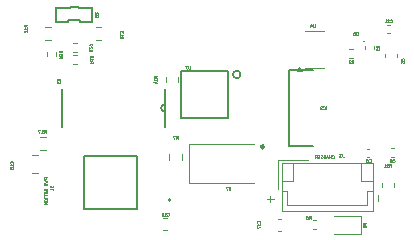
<source format=gbr>
%TF.GenerationSoftware,KiCad,Pcbnew,8.0.5*%
%TF.CreationDate,2025-02-24T18:35:13+02:00*%
%TF.ProjectId,UVCleanPCB,5556436c-6561-46e5-9043-422e6b696361,rev?*%
%TF.SameCoordinates,Original*%
%TF.FileFunction,Legend,Bot*%
%TF.FilePolarity,Positive*%
%FSLAX46Y46*%
G04 Gerber Fmt 4.6, Leading zero omitted, Abs format (unit mm)*
G04 Created by KiCad (PCBNEW 8.0.5) date 2025-02-24 18:35:13*
%MOMM*%
%LPD*%
G01*
G04 APERTURE LIST*
%ADD10C,0.050000*%
%ADD11C,0.120000*%
%ADD12C,0.152400*%
%ADD13C,0.200000*%
%ADD14C,0.254000*%
%ADD15C,0.127000*%
%ADD16C,0.100000*%
%ADD17C,0.203200*%
G04 APERTURE END LIST*
D10*
X197545433Y-78756666D02*
X197545433Y-78223333D01*
X197278766Y-78489999D02*
X197812100Y-78489999D01*
X206684566Y-78173333D02*
X206684566Y-78706667D01*
X202778809Y-75039245D02*
X202790713Y-75051150D01*
X202790713Y-75051150D02*
X202826428Y-75063054D01*
X202826428Y-75063054D02*
X202850237Y-75063054D01*
X202850237Y-75063054D02*
X202885951Y-75051150D01*
X202885951Y-75051150D02*
X202909761Y-75027340D01*
X202909761Y-75027340D02*
X202921666Y-75003530D01*
X202921666Y-75003530D02*
X202933570Y-74955911D01*
X202933570Y-74955911D02*
X202933570Y-74920197D01*
X202933570Y-74920197D02*
X202921666Y-74872578D01*
X202921666Y-74872578D02*
X202909761Y-74848769D01*
X202909761Y-74848769D02*
X202885951Y-74824959D01*
X202885951Y-74824959D02*
X202850237Y-74813054D01*
X202850237Y-74813054D02*
X202826428Y-74813054D01*
X202826428Y-74813054D02*
X202790713Y-74824959D01*
X202790713Y-74824959D02*
X202778809Y-74836864D01*
X202671666Y-75063054D02*
X202671666Y-74813054D01*
X202671666Y-74932102D02*
X202528809Y-74932102D01*
X202528809Y-75063054D02*
X202528809Y-74813054D01*
X202421665Y-74991626D02*
X202302618Y-74991626D01*
X202445475Y-75063054D02*
X202362142Y-74813054D01*
X202362142Y-74813054D02*
X202278808Y-75063054D01*
X202052618Y-75063054D02*
X202135951Y-74944007D01*
X202195475Y-75063054D02*
X202195475Y-74813054D01*
X202195475Y-74813054D02*
X202100237Y-74813054D01*
X202100237Y-74813054D02*
X202076427Y-74824959D01*
X202076427Y-74824959D02*
X202064522Y-74836864D01*
X202064522Y-74836864D02*
X202052618Y-74860673D01*
X202052618Y-74860673D02*
X202052618Y-74896388D01*
X202052618Y-74896388D02*
X202064522Y-74920197D01*
X202064522Y-74920197D02*
X202076427Y-74932102D01*
X202076427Y-74932102D02*
X202100237Y-74944007D01*
X202100237Y-74944007D02*
X202195475Y-74944007D01*
X201814522Y-74824959D02*
X201838332Y-74813054D01*
X201838332Y-74813054D02*
X201874046Y-74813054D01*
X201874046Y-74813054D02*
X201909760Y-74824959D01*
X201909760Y-74824959D02*
X201933570Y-74848769D01*
X201933570Y-74848769D02*
X201945475Y-74872578D01*
X201945475Y-74872578D02*
X201957379Y-74920197D01*
X201957379Y-74920197D02*
X201957379Y-74955911D01*
X201957379Y-74955911D02*
X201945475Y-75003530D01*
X201945475Y-75003530D02*
X201933570Y-75027340D01*
X201933570Y-75027340D02*
X201909760Y-75051150D01*
X201909760Y-75051150D02*
X201874046Y-75063054D01*
X201874046Y-75063054D02*
X201850237Y-75063054D01*
X201850237Y-75063054D02*
X201814522Y-75051150D01*
X201814522Y-75051150D02*
X201802618Y-75039245D01*
X201802618Y-75039245D02*
X201802618Y-74955911D01*
X201802618Y-74955911D02*
X201850237Y-74955911D01*
X201695475Y-74932102D02*
X201612141Y-74932102D01*
X201576427Y-75063054D02*
X201695475Y-75063054D01*
X201695475Y-75063054D02*
X201695475Y-74813054D01*
X201695475Y-74813054D02*
X201576427Y-74813054D01*
X201326428Y-75063054D02*
X201409761Y-74944007D01*
X201469285Y-75063054D02*
X201469285Y-74813054D01*
X201469285Y-74813054D02*
X201374047Y-74813054D01*
X201374047Y-74813054D02*
X201350237Y-74824959D01*
X201350237Y-74824959D02*
X201338332Y-74836864D01*
X201338332Y-74836864D02*
X201326428Y-74860673D01*
X201326428Y-74860673D02*
X201326428Y-74896388D01*
X201326428Y-74896388D02*
X201338332Y-74920197D01*
X201338332Y-74920197D02*
X201350237Y-74932102D01*
X201350237Y-74932102D02*
X201374047Y-74944007D01*
X201374047Y-74944007D02*
X201469285Y-74944007D01*
X178643054Y-76673095D02*
X178393054Y-76673095D01*
X178393054Y-76673095D02*
X178393054Y-76768333D01*
X178393054Y-76768333D02*
X178404959Y-76792143D01*
X178404959Y-76792143D02*
X178416864Y-76804048D01*
X178416864Y-76804048D02*
X178440673Y-76815952D01*
X178440673Y-76815952D02*
X178476388Y-76815952D01*
X178476388Y-76815952D02*
X178500197Y-76804048D01*
X178500197Y-76804048D02*
X178512102Y-76792143D01*
X178512102Y-76792143D02*
X178524007Y-76768333D01*
X178524007Y-76768333D02*
X178524007Y-76673095D01*
X178393054Y-76899286D02*
X178643054Y-76958810D01*
X178643054Y-76958810D02*
X178464483Y-77006429D01*
X178464483Y-77006429D02*
X178643054Y-77054048D01*
X178643054Y-77054048D02*
X178393054Y-77113572D01*
X178643054Y-77351666D02*
X178524007Y-77268333D01*
X178643054Y-77208809D02*
X178393054Y-77208809D01*
X178393054Y-77208809D02*
X178393054Y-77304047D01*
X178393054Y-77304047D02*
X178404959Y-77327857D01*
X178404959Y-77327857D02*
X178416864Y-77339762D01*
X178416864Y-77339762D02*
X178440673Y-77351666D01*
X178440673Y-77351666D02*
X178476388Y-77351666D01*
X178476388Y-77351666D02*
X178500197Y-77339762D01*
X178500197Y-77339762D02*
X178512102Y-77327857D01*
X178512102Y-77327857D02*
X178524007Y-77304047D01*
X178524007Y-77304047D02*
X178524007Y-77208809D01*
X178512102Y-77732619D02*
X178524007Y-77768333D01*
X178524007Y-77768333D02*
X178535911Y-77780238D01*
X178535911Y-77780238D02*
X178559721Y-77792142D01*
X178559721Y-77792142D02*
X178595435Y-77792142D01*
X178595435Y-77792142D02*
X178619245Y-77780238D01*
X178619245Y-77780238D02*
X178631150Y-77768333D01*
X178631150Y-77768333D02*
X178643054Y-77744523D01*
X178643054Y-77744523D02*
X178643054Y-77649285D01*
X178643054Y-77649285D02*
X178393054Y-77649285D01*
X178393054Y-77649285D02*
X178393054Y-77732619D01*
X178393054Y-77732619D02*
X178404959Y-77756428D01*
X178404959Y-77756428D02*
X178416864Y-77768333D01*
X178416864Y-77768333D02*
X178440673Y-77780238D01*
X178440673Y-77780238D02*
X178464483Y-77780238D01*
X178464483Y-77780238D02*
X178488292Y-77768333D01*
X178488292Y-77768333D02*
X178500197Y-77756428D01*
X178500197Y-77756428D02*
X178512102Y-77732619D01*
X178512102Y-77732619D02*
X178512102Y-77649285D01*
X178393054Y-77899285D02*
X178595435Y-77899285D01*
X178595435Y-77899285D02*
X178619245Y-77911190D01*
X178619245Y-77911190D02*
X178631150Y-77923095D01*
X178631150Y-77923095D02*
X178643054Y-77946904D01*
X178643054Y-77946904D02*
X178643054Y-77994523D01*
X178643054Y-77994523D02*
X178631150Y-78018333D01*
X178631150Y-78018333D02*
X178619245Y-78030238D01*
X178619245Y-78030238D02*
X178595435Y-78042142D01*
X178595435Y-78042142D02*
X178393054Y-78042142D01*
X178393054Y-78125476D02*
X178393054Y-78268333D01*
X178643054Y-78196905D02*
X178393054Y-78196905D01*
X178393054Y-78315952D02*
X178393054Y-78458809D01*
X178643054Y-78387381D02*
X178393054Y-78387381D01*
X178393054Y-78589761D02*
X178393054Y-78637380D01*
X178393054Y-78637380D02*
X178404959Y-78661190D01*
X178404959Y-78661190D02*
X178428769Y-78684999D01*
X178428769Y-78684999D02*
X178476388Y-78696904D01*
X178476388Y-78696904D02*
X178559721Y-78696904D01*
X178559721Y-78696904D02*
X178607340Y-78684999D01*
X178607340Y-78684999D02*
X178631150Y-78661190D01*
X178631150Y-78661190D02*
X178643054Y-78637380D01*
X178643054Y-78637380D02*
X178643054Y-78589761D01*
X178643054Y-78589761D02*
X178631150Y-78565952D01*
X178631150Y-78565952D02*
X178607340Y-78542142D01*
X178607340Y-78542142D02*
X178559721Y-78530238D01*
X178559721Y-78530238D02*
X178476388Y-78530238D01*
X178476388Y-78530238D02*
X178428769Y-78542142D01*
X178428769Y-78542142D02*
X178404959Y-78565952D01*
X178404959Y-78565952D02*
X178393054Y-78589761D01*
X178643054Y-78804047D02*
X178393054Y-78804047D01*
X178393054Y-78804047D02*
X178643054Y-78946904D01*
X178643054Y-78946904D02*
X178393054Y-78946904D01*
X189551666Y-73393054D02*
X189634999Y-73274007D01*
X189694523Y-73393054D02*
X189694523Y-73143054D01*
X189694523Y-73143054D02*
X189599285Y-73143054D01*
X189599285Y-73143054D02*
X189575475Y-73154959D01*
X189575475Y-73154959D02*
X189563570Y-73166864D01*
X189563570Y-73166864D02*
X189551666Y-73190673D01*
X189551666Y-73190673D02*
X189551666Y-73226388D01*
X189551666Y-73226388D02*
X189563570Y-73250197D01*
X189563570Y-73250197D02*
X189575475Y-73262102D01*
X189575475Y-73262102D02*
X189599285Y-73274007D01*
X189599285Y-73274007D02*
X189694523Y-73274007D01*
X189468332Y-73143054D02*
X189301666Y-73143054D01*
X189301666Y-73143054D02*
X189408808Y-73393054D01*
X188810714Y-79899245D02*
X188822618Y-79911150D01*
X188822618Y-79911150D02*
X188858333Y-79923054D01*
X188858333Y-79923054D02*
X188882142Y-79923054D01*
X188882142Y-79923054D02*
X188917856Y-79911150D01*
X188917856Y-79911150D02*
X188941666Y-79887340D01*
X188941666Y-79887340D02*
X188953571Y-79863530D01*
X188953571Y-79863530D02*
X188965475Y-79815911D01*
X188965475Y-79815911D02*
X188965475Y-79780197D01*
X188965475Y-79780197D02*
X188953571Y-79732578D01*
X188953571Y-79732578D02*
X188941666Y-79708769D01*
X188941666Y-79708769D02*
X188917856Y-79684959D01*
X188917856Y-79684959D02*
X188882142Y-79673054D01*
X188882142Y-79673054D02*
X188858333Y-79673054D01*
X188858333Y-79673054D02*
X188822618Y-79684959D01*
X188822618Y-79684959D02*
X188810714Y-79696864D01*
X188572618Y-79923054D02*
X188715475Y-79923054D01*
X188644047Y-79923054D02*
X188644047Y-79673054D01*
X188644047Y-79673054D02*
X188667856Y-79708769D01*
X188667856Y-79708769D02*
X188691666Y-79732578D01*
X188691666Y-79732578D02*
X188715475Y-79744483D01*
X188358333Y-79673054D02*
X188405952Y-79673054D01*
X188405952Y-79673054D02*
X188429761Y-79684959D01*
X188429761Y-79684959D02*
X188441666Y-79696864D01*
X188441666Y-79696864D02*
X188465476Y-79732578D01*
X188465476Y-79732578D02*
X188477380Y-79780197D01*
X188477380Y-79780197D02*
X188477380Y-79875435D01*
X188477380Y-79875435D02*
X188465476Y-79899245D01*
X188465476Y-79899245D02*
X188453571Y-79911150D01*
X188453571Y-79911150D02*
X188429761Y-79923054D01*
X188429761Y-79923054D02*
X188382142Y-79923054D01*
X188382142Y-79923054D02*
X188358333Y-79911150D01*
X188358333Y-79911150D02*
X188346428Y-79899245D01*
X188346428Y-79899245D02*
X188334523Y-79875435D01*
X188334523Y-79875435D02*
X188334523Y-79815911D01*
X188334523Y-79815911D02*
X188346428Y-79792102D01*
X188346428Y-79792102D02*
X188358333Y-79780197D01*
X188358333Y-79780197D02*
X188382142Y-79768292D01*
X188382142Y-79768292D02*
X188429761Y-79768292D01*
X188429761Y-79768292D02*
X188453571Y-79780197D01*
X188453571Y-79780197D02*
X188465476Y-79792102D01*
X188465476Y-79792102D02*
X188477380Y-79815911D01*
X179483054Y-68309523D02*
X179685435Y-68309523D01*
X179685435Y-68309523D02*
X179709245Y-68321428D01*
X179709245Y-68321428D02*
X179721150Y-68333333D01*
X179721150Y-68333333D02*
X179733054Y-68357142D01*
X179733054Y-68357142D02*
X179733054Y-68404761D01*
X179733054Y-68404761D02*
X179721150Y-68428571D01*
X179721150Y-68428571D02*
X179709245Y-68440476D01*
X179709245Y-68440476D02*
X179685435Y-68452380D01*
X179685435Y-68452380D02*
X179483054Y-68452380D01*
X179483054Y-68547619D02*
X179483054Y-68702381D01*
X179483054Y-68702381D02*
X179578292Y-68619047D01*
X179578292Y-68619047D02*
X179578292Y-68654762D01*
X179578292Y-68654762D02*
X179590197Y-68678571D01*
X179590197Y-68678571D02*
X179602102Y-68690476D01*
X179602102Y-68690476D02*
X179625911Y-68702381D01*
X179625911Y-68702381D02*
X179685435Y-68702381D01*
X179685435Y-68702381D02*
X179709245Y-68690476D01*
X179709245Y-68690476D02*
X179721150Y-68678571D01*
X179721150Y-68678571D02*
X179733054Y-68654762D01*
X179733054Y-68654762D02*
X179733054Y-68583333D01*
X179733054Y-68583333D02*
X179721150Y-68559524D01*
X179721150Y-68559524D02*
X179709245Y-68547619D01*
X202274047Y-70913054D02*
X202274047Y-70663054D01*
X202012142Y-70889245D02*
X202024046Y-70901150D01*
X202024046Y-70901150D02*
X202059761Y-70913054D01*
X202059761Y-70913054D02*
X202083570Y-70913054D01*
X202083570Y-70913054D02*
X202119284Y-70901150D01*
X202119284Y-70901150D02*
X202143094Y-70877340D01*
X202143094Y-70877340D02*
X202154999Y-70853530D01*
X202154999Y-70853530D02*
X202166903Y-70805911D01*
X202166903Y-70805911D02*
X202166903Y-70770197D01*
X202166903Y-70770197D02*
X202154999Y-70722578D01*
X202154999Y-70722578D02*
X202143094Y-70698769D01*
X202143094Y-70698769D02*
X202119284Y-70674959D01*
X202119284Y-70674959D02*
X202083570Y-70663054D01*
X202083570Y-70663054D02*
X202059761Y-70663054D01*
X202059761Y-70663054D02*
X202024046Y-70674959D01*
X202024046Y-70674959D02*
X202012142Y-70686864D01*
X201916903Y-70686864D02*
X201904999Y-70674959D01*
X201904999Y-70674959D02*
X201881189Y-70663054D01*
X201881189Y-70663054D02*
X201821665Y-70663054D01*
X201821665Y-70663054D02*
X201797856Y-70674959D01*
X201797856Y-70674959D02*
X201785951Y-70686864D01*
X201785951Y-70686864D02*
X201774046Y-70710673D01*
X201774046Y-70710673D02*
X201774046Y-70734483D01*
X201774046Y-70734483D02*
X201785951Y-70770197D01*
X201785951Y-70770197D02*
X201928808Y-70913054D01*
X201928808Y-70913054D02*
X201774046Y-70913054D01*
X179111150Y-77389524D02*
X179123054Y-77425238D01*
X179123054Y-77425238D02*
X179123054Y-77484762D01*
X179123054Y-77484762D02*
X179111150Y-77508571D01*
X179111150Y-77508571D02*
X179099245Y-77520476D01*
X179099245Y-77520476D02*
X179075435Y-77532381D01*
X179075435Y-77532381D02*
X179051626Y-77532381D01*
X179051626Y-77532381D02*
X179027816Y-77520476D01*
X179027816Y-77520476D02*
X179015911Y-77508571D01*
X179015911Y-77508571D02*
X179004007Y-77484762D01*
X179004007Y-77484762D02*
X178992102Y-77437143D01*
X178992102Y-77437143D02*
X178980197Y-77413333D01*
X178980197Y-77413333D02*
X178968292Y-77401428D01*
X178968292Y-77401428D02*
X178944483Y-77389524D01*
X178944483Y-77389524D02*
X178920673Y-77389524D01*
X178920673Y-77389524D02*
X178896864Y-77401428D01*
X178896864Y-77401428D02*
X178884959Y-77413333D01*
X178884959Y-77413333D02*
X178873054Y-77437143D01*
X178873054Y-77437143D02*
X178873054Y-77496666D01*
X178873054Y-77496666D02*
X178884959Y-77532381D01*
X179123054Y-77770476D02*
X179123054Y-77627619D01*
X179123054Y-77699047D02*
X178873054Y-77699047D01*
X178873054Y-77699047D02*
X178908769Y-77675238D01*
X178908769Y-77675238D02*
X178932578Y-77651428D01*
X178932578Y-77651428D02*
X178944483Y-77627619D01*
X204944523Y-64623054D02*
X204944523Y-64373054D01*
X204944523Y-64373054D02*
X204884999Y-64373054D01*
X204884999Y-64373054D02*
X204849285Y-64384959D01*
X204849285Y-64384959D02*
X204825475Y-64408769D01*
X204825475Y-64408769D02*
X204813570Y-64432578D01*
X204813570Y-64432578D02*
X204801666Y-64480197D01*
X204801666Y-64480197D02*
X204801666Y-64515911D01*
X204801666Y-64515911D02*
X204813570Y-64563530D01*
X204813570Y-64563530D02*
X204825475Y-64587340D01*
X204825475Y-64587340D02*
X204849285Y-64611150D01*
X204849285Y-64611150D02*
X204884999Y-64623054D01*
X204884999Y-64623054D02*
X204944523Y-64623054D01*
X204587380Y-64373054D02*
X204634999Y-64373054D01*
X204634999Y-64373054D02*
X204658808Y-64384959D01*
X204658808Y-64384959D02*
X204670713Y-64396864D01*
X204670713Y-64396864D02*
X204694523Y-64432578D01*
X204694523Y-64432578D02*
X204706427Y-64480197D01*
X204706427Y-64480197D02*
X204706427Y-64575435D01*
X204706427Y-64575435D02*
X204694523Y-64599245D01*
X204694523Y-64599245D02*
X204682618Y-64611150D01*
X204682618Y-64611150D02*
X204658808Y-64623054D01*
X204658808Y-64623054D02*
X204611189Y-64623054D01*
X204611189Y-64623054D02*
X204587380Y-64611150D01*
X204587380Y-64611150D02*
X204575475Y-64599245D01*
X204575475Y-64599245D02*
X204563570Y-64575435D01*
X204563570Y-64575435D02*
X204563570Y-64515911D01*
X204563570Y-64515911D02*
X204575475Y-64492102D01*
X204575475Y-64492102D02*
X204587380Y-64480197D01*
X204587380Y-64480197D02*
X204611189Y-64468292D01*
X204611189Y-64468292D02*
X204658808Y-64468292D01*
X204658808Y-64468292D02*
X204682618Y-64480197D01*
X204682618Y-64480197D02*
X204694523Y-64492102D01*
X204694523Y-64492102D02*
X204706427Y-64515911D01*
X207688332Y-75652102D02*
X207771666Y-75652102D01*
X207771666Y-75783054D02*
X207771666Y-75533054D01*
X207771666Y-75533054D02*
X207652618Y-75533054D01*
X207474046Y-75652102D02*
X207438332Y-75664007D01*
X207438332Y-75664007D02*
X207426427Y-75675911D01*
X207426427Y-75675911D02*
X207414523Y-75699721D01*
X207414523Y-75699721D02*
X207414523Y-75735435D01*
X207414523Y-75735435D02*
X207426427Y-75759245D01*
X207426427Y-75759245D02*
X207438332Y-75771150D01*
X207438332Y-75771150D02*
X207462142Y-75783054D01*
X207462142Y-75783054D02*
X207557380Y-75783054D01*
X207557380Y-75783054D02*
X207557380Y-75533054D01*
X207557380Y-75533054D02*
X207474046Y-75533054D01*
X207474046Y-75533054D02*
X207450237Y-75544959D01*
X207450237Y-75544959D02*
X207438332Y-75556864D01*
X207438332Y-75556864D02*
X207426427Y-75580673D01*
X207426427Y-75580673D02*
X207426427Y-75604483D01*
X207426427Y-75604483D02*
X207438332Y-75628292D01*
X207438332Y-75628292D02*
X207450237Y-75640197D01*
X207450237Y-75640197D02*
X207474046Y-75652102D01*
X207474046Y-75652102D02*
X207557380Y-75652102D01*
X207176427Y-75783054D02*
X207319284Y-75783054D01*
X207247856Y-75783054D02*
X207247856Y-75533054D01*
X207247856Y-75533054D02*
X207271665Y-75568769D01*
X207271665Y-75568769D02*
X207295475Y-75592578D01*
X207295475Y-75592578D02*
X207319284Y-75604483D01*
X204431666Y-67013054D02*
X204514999Y-66894007D01*
X204574523Y-67013054D02*
X204574523Y-66763054D01*
X204574523Y-66763054D02*
X204479285Y-66763054D01*
X204479285Y-66763054D02*
X204455475Y-66774959D01*
X204455475Y-66774959D02*
X204443570Y-66786864D01*
X204443570Y-66786864D02*
X204431666Y-66810673D01*
X204431666Y-66810673D02*
X204431666Y-66846388D01*
X204431666Y-66846388D02*
X204443570Y-66870197D01*
X204443570Y-66870197D02*
X204455475Y-66882102D01*
X204455475Y-66882102D02*
X204479285Y-66894007D01*
X204479285Y-66894007D02*
X204574523Y-66894007D01*
X204336427Y-66786864D02*
X204324523Y-66774959D01*
X204324523Y-66774959D02*
X204300713Y-66763054D01*
X204300713Y-66763054D02*
X204241189Y-66763054D01*
X204241189Y-66763054D02*
X204217380Y-66774959D01*
X204217380Y-66774959D02*
X204205475Y-66786864D01*
X204205475Y-66786864D02*
X204193570Y-66810673D01*
X204193570Y-66810673D02*
X204193570Y-66834483D01*
X204193570Y-66834483D02*
X204205475Y-66870197D01*
X204205475Y-66870197D02*
X204348332Y-67013054D01*
X204348332Y-67013054D02*
X204193570Y-67013054D01*
X207710714Y-63529245D02*
X207722618Y-63541150D01*
X207722618Y-63541150D02*
X207758333Y-63553054D01*
X207758333Y-63553054D02*
X207782142Y-63553054D01*
X207782142Y-63553054D02*
X207817856Y-63541150D01*
X207817856Y-63541150D02*
X207841666Y-63517340D01*
X207841666Y-63517340D02*
X207853571Y-63493530D01*
X207853571Y-63493530D02*
X207865475Y-63445911D01*
X207865475Y-63445911D02*
X207865475Y-63410197D01*
X207865475Y-63410197D02*
X207853571Y-63362578D01*
X207853571Y-63362578D02*
X207841666Y-63338769D01*
X207841666Y-63338769D02*
X207817856Y-63314959D01*
X207817856Y-63314959D02*
X207782142Y-63303054D01*
X207782142Y-63303054D02*
X207758333Y-63303054D01*
X207758333Y-63303054D02*
X207722618Y-63314959D01*
X207722618Y-63314959D02*
X207710714Y-63326864D01*
X207472618Y-63553054D02*
X207615475Y-63553054D01*
X207544047Y-63553054D02*
X207544047Y-63303054D01*
X207544047Y-63303054D02*
X207567856Y-63338769D01*
X207567856Y-63338769D02*
X207591666Y-63362578D01*
X207591666Y-63362578D02*
X207615475Y-63374483D01*
X207234523Y-63553054D02*
X207377380Y-63553054D01*
X207305952Y-63553054D02*
X207305952Y-63303054D01*
X207305952Y-63303054D02*
X207329761Y-63338769D01*
X207329761Y-63338769D02*
X207353571Y-63362578D01*
X207353571Y-63362578D02*
X207377380Y-63374483D01*
X206723054Y-65668333D02*
X206604007Y-65585000D01*
X206723054Y-65525476D02*
X206473054Y-65525476D01*
X206473054Y-65525476D02*
X206473054Y-65620714D01*
X206473054Y-65620714D02*
X206484959Y-65644524D01*
X206484959Y-65644524D02*
X206496864Y-65656429D01*
X206496864Y-65656429D02*
X206520673Y-65668333D01*
X206520673Y-65668333D02*
X206556388Y-65668333D01*
X206556388Y-65668333D02*
X206580197Y-65656429D01*
X206580197Y-65656429D02*
X206592102Y-65644524D01*
X206592102Y-65644524D02*
X206604007Y-65620714D01*
X206604007Y-65620714D02*
X206604007Y-65525476D01*
X206473054Y-65894524D02*
X206473054Y-65775476D01*
X206473054Y-65775476D02*
X206592102Y-65763572D01*
X206592102Y-65763572D02*
X206580197Y-65775476D01*
X206580197Y-65775476D02*
X206568292Y-65799286D01*
X206568292Y-65799286D02*
X206568292Y-65858810D01*
X206568292Y-65858810D02*
X206580197Y-65882619D01*
X206580197Y-65882619D02*
X206592102Y-65894524D01*
X206592102Y-65894524D02*
X206615911Y-65906429D01*
X206615911Y-65906429D02*
X206675435Y-65906429D01*
X206675435Y-65906429D02*
X206699245Y-65894524D01*
X206699245Y-65894524D02*
X206711150Y-65882619D01*
X206711150Y-65882619D02*
X206723054Y-65858810D01*
X206723054Y-65858810D02*
X206723054Y-65799286D01*
X206723054Y-65799286D02*
X206711150Y-65775476D01*
X206711150Y-65775476D02*
X206699245Y-65763572D01*
X201290476Y-63733054D02*
X201290476Y-63935435D01*
X201290476Y-63935435D02*
X201278571Y-63959245D01*
X201278571Y-63959245D02*
X201266666Y-63971150D01*
X201266666Y-63971150D02*
X201242857Y-63983054D01*
X201242857Y-63983054D02*
X201195238Y-63983054D01*
X201195238Y-63983054D02*
X201171428Y-63971150D01*
X201171428Y-63971150D02*
X201159523Y-63959245D01*
X201159523Y-63959245D02*
X201147619Y-63935435D01*
X201147619Y-63935435D02*
X201147619Y-63733054D01*
X200921428Y-63816388D02*
X200921428Y-63983054D01*
X200980952Y-63721150D02*
X201040475Y-63899721D01*
X201040475Y-63899721D02*
X200885714Y-63899721D01*
X205603054Y-80505476D02*
X205353054Y-80505476D01*
X205353054Y-80505476D02*
X205353054Y-80565000D01*
X205353054Y-80565000D02*
X205364959Y-80600714D01*
X205364959Y-80600714D02*
X205388769Y-80624524D01*
X205388769Y-80624524D02*
X205412578Y-80636429D01*
X205412578Y-80636429D02*
X205460197Y-80648333D01*
X205460197Y-80648333D02*
X205495911Y-80648333D01*
X205495911Y-80648333D02*
X205543530Y-80636429D01*
X205543530Y-80636429D02*
X205567340Y-80624524D01*
X205567340Y-80624524D02*
X205591150Y-80600714D01*
X205591150Y-80600714D02*
X205603054Y-80565000D01*
X205603054Y-80565000D02*
X205603054Y-80505476D01*
X205460197Y-80791191D02*
X205448292Y-80767381D01*
X205448292Y-80767381D02*
X205436388Y-80755476D01*
X205436388Y-80755476D02*
X205412578Y-80743572D01*
X205412578Y-80743572D02*
X205400673Y-80743572D01*
X205400673Y-80743572D02*
X205376864Y-80755476D01*
X205376864Y-80755476D02*
X205364959Y-80767381D01*
X205364959Y-80767381D02*
X205353054Y-80791191D01*
X205353054Y-80791191D02*
X205353054Y-80838810D01*
X205353054Y-80838810D02*
X205364959Y-80862619D01*
X205364959Y-80862619D02*
X205376864Y-80874524D01*
X205376864Y-80874524D02*
X205400673Y-80886429D01*
X205400673Y-80886429D02*
X205412578Y-80886429D01*
X205412578Y-80886429D02*
X205436388Y-80874524D01*
X205436388Y-80874524D02*
X205448292Y-80862619D01*
X205448292Y-80862619D02*
X205460197Y-80838810D01*
X205460197Y-80838810D02*
X205460197Y-80791191D01*
X205460197Y-80791191D02*
X205472102Y-80767381D01*
X205472102Y-80767381D02*
X205484007Y-80755476D01*
X205484007Y-80755476D02*
X205507816Y-80743572D01*
X205507816Y-80743572D02*
X205555435Y-80743572D01*
X205555435Y-80743572D02*
X205579245Y-80755476D01*
X205579245Y-80755476D02*
X205591150Y-80767381D01*
X205591150Y-80767381D02*
X205603054Y-80791191D01*
X205603054Y-80791191D02*
X205603054Y-80838810D01*
X205603054Y-80838810D02*
X205591150Y-80862619D01*
X205591150Y-80862619D02*
X205579245Y-80874524D01*
X205579245Y-80874524D02*
X205555435Y-80886429D01*
X205555435Y-80886429D02*
X205507816Y-80886429D01*
X205507816Y-80886429D02*
X205484007Y-80874524D01*
X205484007Y-80874524D02*
X205472102Y-80862619D01*
X205472102Y-80862619D02*
X205460197Y-80838810D01*
X190740476Y-67233054D02*
X190740476Y-67435435D01*
X190740476Y-67435435D02*
X190728571Y-67459245D01*
X190728571Y-67459245D02*
X190716666Y-67471150D01*
X190716666Y-67471150D02*
X190692857Y-67483054D01*
X190692857Y-67483054D02*
X190645238Y-67483054D01*
X190645238Y-67483054D02*
X190621428Y-67471150D01*
X190621428Y-67471150D02*
X190609523Y-67459245D01*
X190609523Y-67459245D02*
X190597619Y-67435435D01*
X190597619Y-67435435D02*
X190597619Y-67233054D01*
X190502380Y-67233054D02*
X190335714Y-67233054D01*
X190335714Y-67233054D02*
X190442856Y-67483054D01*
X187903054Y-68239285D02*
X187784007Y-68155952D01*
X187903054Y-68096428D02*
X187653054Y-68096428D01*
X187653054Y-68096428D02*
X187653054Y-68191666D01*
X187653054Y-68191666D02*
X187664959Y-68215476D01*
X187664959Y-68215476D02*
X187676864Y-68227381D01*
X187676864Y-68227381D02*
X187700673Y-68239285D01*
X187700673Y-68239285D02*
X187736388Y-68239285D01*
X187736388Y-68239285D02*
X187760197Y-68227381D01*
X187760197Y-68227381D02*
X187772102Y-68215476D01*
X187772102Y-68215476D02*
X187784007Y-68191666D01*
X187784007Y-68191666D02*
X187784007Y-68096428D01*
X187903054Y-68477381D02*
X187903054Y-68334524D01*
X187903054Y-68405952D02*
X187653054Y-68405952D01*
X187653054Y-68405952D02*
X187688769Y-68382143D01*
X187688769Y-68382143D02*
X187712578Y-68358333D01*
X187712578Y-68358333D02*
X187724483Y-68334524D01*
X187736388Y-68691666D02*
X187903054Y-68691666D01*
X187641150Y-68632142D02*
X187819721Y-68572619D01*
X187819721Y-68572619D02*
X187819721Y-68727380D01*
X179666945Y-66430714D02*
X179785992Y-66514047D01*
X179666945Y-66573571D02*
X179916945Y-66573571D01*
X179916945Y-66573571D02*
X179916945Y-66478333D01*
X179916945Y-66478333D02*
X179905040Y-66454523D01*
X179905040Y-66454523D02*
X179893135Y-66442618D01*
X179893135Y-66442618D02*
X179869326Y-66430714D01*
X179869326Y-66430714D02*
X179833611Y-66430714D01*
X179833611Y-66430714D02*
X179809802Y-66442618D01*
X179809802Y-66442618D02*
X179797897Y-66454523D01*
X179797897Y-66454523D02*
X179785992Y-66478333D01*
X179785992Y-66478333D02*
X179785992Y-66573571D01*
X179666945Y-66192618D02*
X179666945Y-66335475D01*
X179666945Y-66264047D02*
X179916945Y-66264047D01*
X179916945Y-66264047D02*
X179881230Y-66287856D01*
X179881230Y-66287856D02*
X179857421Y-66311666D01*
X179857421Y-66311666D02*
X179845516Y-66335475D01*
X179809802Y-66049761D02*
X179821707Y-66073571D01*
X179821707Y-66073571D02*
X179833611Y-66085476D01*
X179833611Y-66085476D02*
X179857421Y-66097380D01*
X179857421Y-66097380D02*
X179869326Y-66097380D01*
X179869326Y-66097380D02*
X179893135Y-66085476D01*
X179893135Y-66085476D02*
X179905040Y-66073571D01*
X179905040Y-66073571D02*
X179916945Y-66049761D01*
X179916945Y-66049761D02*
X179916945Y-66002142D01*
X179916945Y-66002142D02*
X179905040Y-65978333D01*
X179905040Y-65978333D02*
X179893135Y-65966428D01*
X179893135Y-65966428D02*
X179869326Y-65954523D01*
X179869326Y-65954523D02*
X179857421Y-65954523D01*
X179857421Y-65954523D02*
X179833611Y-65966428D01*
X179833611Y-65966428D02*
X179821707Y-65978333D01*
X179821707Y-65978333D02*
X179809802Y-66002142D01*
X179809802Y-66002142D02*
X179809802Y-66049761D01*
X179809802Y-66049761D02*
X179797897Y-66073571D01*
X179797897Y-66073571D02*
X179785992Y-66085476D01*
X179785992Y-66085476D02*
X179762183Y-66097380D01*
X179762183Y-66097380D02*
X179714564Y-66097380D01*
X179714564Y-66097380D02*
X179690754Y-66085476D01*
X179690754Y-66085476D02*
X179678850Y-66073571D01*
X179678850Y-66073571D02*
X179666945Y-66049761D01*
X179666945Y-66049761D02*
X179666945Y-66002142D01*
X179666945Y-66002142D02*
X179678850Y-65978333D01*
X179678850Y-65978333D02*
X179690754Y-65966428D01*
X179690754Y-65966428D02*
X179714564Y-65954523D01*
X179714564Y-65954523D02*
X179762183Y-65954523D01*
X179762183Y-65954523D02*
X179785992Y-65966428D01*
X179785992Y-65966428D02*
X179797897Y-65978333D01*
X179797897Y-65978333D02*
X179809802Y-66002142D01*
X182236945Y-66840714D02*
X182355992Y-66924047D01*
X182236945Y-66983571D02*
X182486945Y-66983571D01*
X182486945Y-66983571D02*
X182486945Y-66888333D01*
X182486945Y-66888333D02*
X182475040Y-66864523D01*
X182475040Y-66864523D02*
X182463135Y-66852618D01*
X182463135Y-66852618D02*
X182439326Y-66840714D01*
X182439326Y-66840714D02*
X182403611Y-66840714D01*
X182403611Y-66840714D02*
X182379802Y-66852618D01*
X182379802Y-66852618D02*
X182367897Y-66864523D01*
X182367897Y-66864523D02*
X182355992Y-66888333D01*
X182355992Y-66888333D02*
X182355992Y-66983571D01*
X182236945Y-66602618D02*
X182236945Y-66745475D01*
X182236945Y-66674047D02*
X182486945Y-66674047D01*
X182486945Y-66674047D02*
X182451230Y-66697856D01*
X182451230Y-66697856D02*
X182427421Y-66721666D01*
X182427421Y-66721666D02*
X182415516Y-66745475D01*
X182236945Y-66483571D02*
X182236945Y-66435952D01*
X182236945Y-66435952D02*
X182248850Y-66412142D01*
X182248850Y-66412142D02*
X182260754Y-66400238D01*
X182260754Y-66400238D02*
X182296469Y-66376428D01*
X182296469Y-66376428D02*
X182344088Y-66364523D01*
X182344088Y-66364523D02*
X182439326Y-66364523D01*
X182439326Y-66364523D02*
X182463135Y-66376428D01*
X182463135Y-66376428D02*
X182475040Y-66388333D01*
X182475040Y-66388333D02*
X182486945Y-66412142D01*
X182486945Y-66412142D02*
X182486945Y-66459761D01*
X182486945Y-66459761D02*
X182475040Y-66483571D01*
X182475040Y-66483571D02*
X182463135Y-66495476D01*
X182463135Y-66495476D02*
X182439326Y-66507380D01*
X182439326Y-66507380D02*
X182379802Y-66507380D01*
X182379802Y-66507380D02*
X182355992Y-66495476D01*
X182355992Y-66495476D02*
X182344088Y-66483571D01*
X182344088Y-66483571D02*
X182332183Y-66459761D01*
X182332183Y-66459761D02*
X182332183Y-66412142D01*
X182332183Y-66412142D02*
X182344088Y-66388333D01*
X182344088Y-66388333D02*
X182355992Y-66376428D01*
X182355992Y-66376428D02*
X182379802Y-66364523D01*
X207901666Y-75369245D02*
X207913570Y-75381150D01*
X207913570Y-75381150D02*
X207949285Y-75393054D01*
X207949285Y-75393054D02*
X207973094Y-75393054D01*
X207973094Y-75393054D02*
X208008808Y-75381150D01*
X208008808Y-75381150D02*
X208032618Y-75357340D01*
X208032618Y-75357340D02*
X208044523Y-75333530D01*
X208044523Y-75333530D02*
X208056427Y-75285911D01*
X208056427Y-75285911D02*
X208056427Y-75250197D01*
X208056427Y-75250197D02*
X208044523Y-75202578D01*
X208044523Y-75202578D02*
X208032618Y-75178769D01*
X208032618Y-75178769D02*
X208008808Y-75154959D01*
X208008808Y-75154959D02*
X207973094Y-75143054D01*
X207973094Y-75143054D02*
X207949285Y-75143054D01*
X207949285Y-75143054D02*
X207913570Y-75154959D01*
X207913570Y-75154959D02*
X207901666Y-75166864D01*
X207758808Y-75250197D02*
X207782618Y-75238292D01*
X207782618Y-75238292D02*
X207794523Y-75226388D01*
X207794523Y-75226388D02*
X207806427Y-75202578D01*
X207806427Y-75202578D02*
X207806427Y-75190673D01*
X207806427Y-75190673D02*
X207794523Y-75166864D01*
X207794523Y-75166864D02*
X207782618Y-75154959D01*
X207782618Y-75154959D02*
X207758808Y-75143054D01*
X207758808Y-75143054D02*
X207711189Y-75143054D01*
X207711189Y-75143054D02*
X207687380Y-75154959D01*
X207687380Y-75154959D02*
X207675475Y-75166864D01*
X207675475Y-75166864D02*
X207663570Y-75190673D01*
X207663570Y-75190673D02*
X207663570Y-75202578D01*
X207663570Y-75202578D02*
X207675475Y-75226388D01*
X207675475Y-75226388D02*
X207687380Y-75238292D01*
X207687380Y-75238292D02*
X207711189Y-75250197D01*
X207711189Y-75250197D02*
X207758808Y-75250197D01*
X207758808Y-75250197D02*
X207782618Y-75262102D01*
X207782618Y-75262102D02*
X207794523Y-75274007D01*
X207794523Y-75274007D02*
X207806427Y-75297816D01*
X207806427Y-75297816D02*
X207806427Y-75345435D01*
X207806427Y-75345435D02*
X207794523Y-75369245D01*
X207794523Y-75369245D02*
X207782618Y-75381150D01*
X207782618Y-75381150D02*
X207758808Y-75393054D01*
X207758808Y-75393054D02*
X207711189Y-75393054D01*
X207711189Y-75393054D02*
X207687380Y-75381150D01*
X207687380Y-75381150D02*
X207675475Y-75369245D01*
X207675475Y-75369245D02*
X207663570Y-75345435D01*
X207663570Y-75345435D02*
X207663570Y-75297816D01*
X207663570Y-75297816D02*
X207675475Y-75274007D01*
X207675475Y-75274007D02*
X207687380Y-75262102D01*
X207687380Y-75262102D02*
X207711189Y-75250197D01*
X203643332Y-74713054D02*
X203643332Y-74891626D01*
X203643332Y-74891626D02*
X203655237Y-74927340D01*
X203655237Y-74927340D02*
X203679046Y-74951150D01*
X203679046Y-74951150D02*
X203714761Y-74963054D01*
X203714761Y-74963054D02*
X203738570Y-74963054D01*
X203548094Y-74713054D02*
X203393332Y-74713054D01*
X203393332Y-74713054D02*
X203476666Y-74808292D01*
X203476666Y-74808292D02*
X203440951Y-74808292D01*
X203440951Y-74808292D02*
X203417142Y-74820197D01*
X203417142Y-74820197D02*
X203405237Y-74832102D01*
X203405237Y-74832102D02*
X203393332Y-74855911D01*
X203393332Y-74855911D02*
X203393332Y-74915435D01*
X203393332Y-74915435D02*
X203405237Y-74939245D01*
X203405237Y-74939245D02*
X203417142Y-74951150D01*
X203417142Y-74951150D02*
X203440951Y-74963054D01*
X203440951Y-74963054D02*
X203512380Y-74963054D01*
X203512380Y-74963054D02*
X203536189Y-74951150D01*
X203536189Y-74951150D02*
X203548094Y-74939245D01*
X176953054Y-63909285D02*
X176834007Y-63825952D01*
X176953054Y-63766428D02*
X176703054Y-63766428D01*
X176703054Y-63766428D02*
X176703054Y-63861666D01*
X176703054Y-63861666D02*
X176714959Y-63885476D01*
X176714959Y-63885476D02*
X176726864Y-63897381D01*
X176726864Y-63897381D02*
X176750673Y-63909285D01*
X176750673Y-63909285D02*
X176786388Y-63909285D01*
X176786388Y-63909285D02*
X176810197Y-63897381D01*
X176810197Y-63897381D02*
X176822102Y-63885476D01*
X176822102Y-63885476D02*
X176834007Y-63861666D01*
X176834007Y-63861666D02*
X176834007Y-63766428D01*
X176953054Y-64147381D02*
X176953054Y-64004524D01*
X176953054Y-64075952D02*
X176703054Y-64075952D01*
X176703054Y-64075952D02*
X176738769Y-64052143D01*
X176738769Y-64052143D02*
X176762578Y-64028333D01*
X176762578Y-64028333D02*
X176774483Y-64004524D01*
X176726864Y-64242619D02*
X176714959Y-64254523D01*
X176714959Y-64254523D02*
X176703054Y-64278333D01*
X176703054Y-64278333D02*
X176703054Y-64337857D01*
X176703054Y-64337857D02*
X176714959Y-64361666D01*
X176714959Y-64361666D02*
X176726864Y-64373571D01*
X176726864Y-64373571D02*
X176750673Y-64385476D01*
X176750673Y-64385476D02*
X176774483Y-64385476D01*
X176774483Y-64385476D02*
X176810197Y-64373571D01*
X176810197Y-64373571D02*
X176953054Y-64230714D01*
X176953054Y-64230714D02*
X176953054Y-64385476D01*
X184826945Y-64760714D02*
X184945992Y-64844047D01*
X184826945Y-64903571D02*
X185076945Y-64903571D01*
X185076945Y-64903571D02*
X185076945Y-64808333D01*
X185076945Y-64808333D02*
X185065040Y-64784523D01*
X185065040Y-64784523D02*
X185053135Y-64772618D01*
X185053135Y-64772618D02*
X185029326Y-64760714D01*
X185029326Y-64760714D02*
X184993611Y-64760714D01*
X184993611Y-64760714D02*
X184969802Y-64772618D01*
X184969802Y-64772618D02*
X184957897Y-64784523D01*
X184957897Y-64784523D02*
X184945992Y-64808333D01*
X184945992Y-64808333D02*
X184945992Y-64903571D01*
X184826945Y-64522618D02*
X184826945Y-64665475D01*
X184826945Y-64594047D02*
X185076945Y-64594047D01*
X185076945Y-64594047D02*
X185041230Y-64617856D01*
X185041230Y-64617856D02*
X185017421Y-64641666D01*
X185017421Y-64641666D02*
X185005516Y-64665475D01*
X185076945Y-64439285D02*
X185076945Y-64284523D01*
X185076945Y-64284523D02*
X184981707Y-64367857D01*
X184981707Y-64367857D02*
X184981707Y-64332142D01*
X184981707Y-64332142D02*
X184969802Y-64308333D01*
X184969802Y-64308333D02*
X184957897Y-64296428D01*
X184957897Y-64296428D02*
X184934088Y-64284523D01*
X184934088Y-64284523D02*
X184874564Y-64284523D01*
X184874564Y-64284523D02*
X184850754Y-64296428D01*
X184850754Y-64296428D02*
X184838850Y-64308333D01*
X184838850Y-64308333D02*
X184826945Y-64332142D01*
X184826945Y-64332142D02*
X184826945Y-64403571D01*
X184826945Y-64403571D02*
X184838850Y-64427380D01*
X184838850Y-64427380D02*
X184850754Y-64439285D01*
X194164523Y-77733054D02*
X194164523Y-77483054D01*
X194164523Y-77483054D02*
X194104999Y-77483054D01*
X194104999Y-77483054D02*
X194069285Y-77494959D01*
X194069285Y-77494959D02*
X194045475Y-77518769D01*
X194045475Y-77518769D02*
X194033570Y-77542578D01*
X194033570Y-77542578D02*
X194021666Y-77590197D01*
X194021666Y-77590197D02*
X194021666Y-77625911D01*
X194021666Y-77625911D02*
X194033570Y-77673530D01*
X194033570Y-77673530D02*
X194045475Y-77697340D01*
X194045475Y-77697340D02*
X194069285Y-77721150D01*
X194069285Y-77721150D02*
X194104999Y-77733054D01*
X194104999Y-77733054D02*
X194164523Y-77733054D01*
X193938332Y-77483054D02*
X193771666Y-77483054D01*
X193771666Y-77483054D02*
X193878808Y-77733054D01*
X182226945Y-65850714D02*
X182345992Y-65934047D01*
X182226945Y-65993571D02*
X182476945Y-65993571D01*
X182476945Y-65993571D02*
X182476945Y-65898333D01*
X182476945Y-65898333D02*
X182465040Y-65874523D01*
X182465040Y-65874523D02*
X182453135Y-65862618D01*
X182453135Y-65862618D02*
X182429326Y-65850714D01*
X182429326Y-65850714D02*
X182393611Y-65850714D01*
X182393611Y-65850714D02*
X182369802Y-65862618D01*
X182369802Y-65862618D02*
X182357897Y-65874523D01*
X182357897Y-65874523D02*
X182345992Y-65898333D01*
X182345992Y-65898333D02*
X182345992Y-65993571D01*
X182453135Y-65755475D02*
X182465040Y-65743571D01*
X182465040Y-65743571D02*
X182476945Y-65719761D01*
X182476945Y-65719761D02*
X182476945Y-65660237D01*
X182476945Y-65660237D02*
X182465040Y-65636428D01*
X182465040Y-65636428D02*
X182453135Y-65624523D01*
X182453135Y-65624523D02*
X182429326Y-65612618D01*
X182429326Y-65612618D02*
X182405516Y-65612618D01*
X182405516Y-65612618D02*
X182369802Y-65624523D01*
X182369802Y-65624523D02*
X182226945Y-65767380D01*
X182226945Y-65767380D02*
X182226945Y-65612618D01*
X182476945Y-65457857D02*
X182476945Y-65434047D01*
X182476945Y-65434047D02*
X182465040Y-65410238D01*
X182465040Y-65410238D02*
X182453135Y-65398333D01*
X182453135Y-65398333D02*
X182429326Y-65386428D01*
X182429326Y-65386428D02*
X182381707Y-65374523D01*
X182381707Y-65374523D02*
X182322183Y-65374523D01*
X182322183Y-65374523D02*
X182274564Y-65386428D01*
X182274564Y-65386428D02*
X182250754Y-65398333D01*
X182250754Y-65398333D02*
X182238850Y-65410238D01*
X182238850Y-65410238D02*
X182226945Y-65434047D01*
X182226945Y-65434047D02*
X182226945Y-65457857D01*
X182226945Y-65457857D02*
X182238850Y-65481666D01*
X182238850Y-65481666D02*
X182250754Y-65493571D01*
X182250754Y-65493571D02*
X182274564Y-65505476D01*
X182274564Y-65505476D02*
X182322183Y-65517380D01*
X182322183Y-65517380D02*
X182381707Y-65517380D01*
X182381707Y-65517380D02*
X182429326Y-65505476D01*
X182429326Y-65505476D02*
X182453135Y-65493571D01*
X182453135Y-65493571D02*
X182465040Y-65481666D01*
X182465040Y-65481666D02*
X182476945Y-65457857D01*
X178370714Y-72893054D02*
X178454047Y-72774007D01*
X178513571Y-72893054D02*
X178513571Y-72643054D01*
X178513571Y-72643054D02*
X178418333Y-72643054D01*
X178418333Y-72643054D02*
X178394523Y-72654959D01*
X178394523Y-72654959D02*
X178382618Y-72666864D01*
X178382618Y-72666864D02*
X178370714Y-72690673D01*
X178370714Y-72690673D02*
X178370714Y-72726388D01*
X178370714Y-72726388D02*
X178382618Y-72750197D01*
X178382618Y-72750197D02*
X178394523Y-72762102D01*
X178394523Y-72762102D02*
X178418333Y-72774007D01*
X178418333Y-72774007D02*
X178513571Y-72774007D01*
X178132618Y-72893054D02*
X178275475Y-72893054D01*
X178204047Y-72893054D02*
X178204047Y-72643054D01*
X178204047Y-72643054D02*
X178227856Y-72678769D01*
X178227856Y-72678769D02*
X178251666Y-72702578D01*
X178251666Y-72702578D02*
X178275475Y-72714483D01*
X178049285Y-72643054D02*
X177882619Y-72643054D01*
X177882619Y-72643054D02*
X177989761Y-72893054D01*
X175739245Y-75479285D02*
X175751150Y-75467381D01*
X175751150Y-75467381D02*
X175763054Y-75431666D01*
X175763054Y-75431666D02*
X175763054Y-75407857D01*
X175763054Y-75407857D02*
X175751150Y-75372143D01*
X175751150Y-75372143D02*
X175727340Y-75348333D01*
X175727340Y-75348333D02*
X175703530Y-75336428D01*
X175703530Y-75336428D02*
X175655911Y-75324524D01*
X175655911Y-75324524D02*
X175620197Y-75324524D01*
X175620197Y-75324524D02*
X175572578Y-75336428D01*
X175572578Y-75336428D02*
X175548769Y-75348333D01*
X175548769Y-75348333D02*
X175524959Y-75372143D01*
X175524959Y-75372143D02*
X175513054Y-75407857D01*
X175513054Y-75407857D02*
X175513054Y-75431666D01*
X175513054Y-75431666D02*
X175524959Y-75467381D01*
X175524959Y-75467381D02*
X175536864Y-75479285D01*
X175763054Y-75717381D02*
X175763054Y-75574524D01*
X175763054Y-75645952D02*
X175513054Y-75645952D01*
X175513054Y-75645952D02*
X175548769Y-75622143D01*
X175548769Y-75622143D02*
X175572578Y-75598333D01*
X175572578Y-75598333D02*
X175584483Y-75574524D01*
X175620197Y-75860238D02*
X175608292Y-75836428D01*
X175608292Y-75836428D02*
X175596388Y-75824523D01*
X175596388Y-75824523D02*
X175572578Y-75812619D01*
X175572578Y-75812619D02*
X175560673Y-75812619D01*
X175560673Y-75812619D02*
X175536864Y-75824523D01*
X175536864Y-75824523D02*
X175524959Y-75836428D01*
X175524959Y-75836428D02*
X175513054Y-75860238D01*
X175513054Y-75860238D02*
X175513054Y-75907857D01*
X175513054Y-75907857D02*
X175524959Y-75931666D01*
X175524959Y-75931666D02*
X175536864Y-75943571D01*
X175536864Y-75943571D02*
X175560673Y-75955476D01*
X175560673Y-75955476D02*
X175572578Y-75955476D01*
X175572578Y-75955476D02*
X175596388Y-75943571D01*
X175596388Y-75943571D02*
X175608292Y-75931666D01*
X175608292Y-75931666D02*
X175620197Y-75907857D01*
X175620197Y-75907857D02*
X175620197Y-75860238D01*
X175620197Y-75860238D02*
X175632102Y-75836428D01*
X175632102Y-75836428D02*
X175644007Y-75824523D01*
X175644007Y-75824523D02*
X175667816Y-75812619D01*
X175667816Y-75812619D02*
X175715435Y-75812619D01*
X175715435Y-75812619D02*
X175739245Y-75824523D01*
X175739245Y-75824523D02*
X175751150Y-75836428D01*
X175751150Y-75836428D02*
X175763054Y-75860238D01*
X175763054Y-75860238D02*
X175763054Y-75907857D01*
X175763054Y-75907857D02*
X175751150Y-75931666D01*
X175751150Y-75931666D02*
X175739245Y-75943571D01*
X175739245Y-75943571D02*
X175715435Y-75955476D01*
X175715435Y-75955476D02*
X175667816Y-75955476D01*
X175667816Y-75955476D02*
X175644007Y-75943571D01*
X175644007Y-75943571D02*
X175632102Y-75931666D01*
X175632102Y-75931666D02*
X175620197Y-75907857D01*
X182673135Y-62943809D02*
X182685040Y-62967619D01*
X182685040Y-62967619D02*
X182708850Y-62991428D01*
X182708850Y-62991428D02*
X182744564Y-63027142D01*
X182744564Y-63027142D02*
X182756469Y-63050952D01*
X182756469Y-63050952D02*
X182756469Y-63074761D01*
X182696945Y-63062857D02*
X182708850Y-63086666D01*
X182708850Y-63086666D02*
X182732659Y-63110476D01*
X182732659Y-63110476D02*
X182780278Y-63122380D01*
X182780278Y-63122380D02*
X182863611Y-63122380D01*
X182863611Y-63122380D02*
X182911230Y-63110476D01*
X182911230Y-63110476D02*
X182935040Y-63086666D01*
X182935040Y-63086666D02*
X182946945Y-63062857D01*
X182946945Y-63062857D02*
X182946945Y-63015238D01*
X182946945Y-63015238D02*
X182935040Y-62991428D01*
X182935040Y-62991428D02*
X182911230Y-62967619D01*
X182911230Y-62967619D02*
X182863611Y-62955714D01*
X182863611Y-62955714D02*
X182780278Y-62955714D01*
X182780278Y-62955714D02*
X182732659Y-62967619D01*
X182732659Y-62967619D02*
X182708850Y-62991428D01*
X182708850Y-62991428D02*
X182696945Y-63015238D01*
X182696945Y-63015238D02*
X182696945Y-63062857D01*
X182923135Y-62860475D02*
X182935040Y-62848571D01*
X182935040Y-62848571D02*
X182946945Y-62824761D01*
X182946945Y-62824761D02*
X182946945Y-62765237D01*
X182946945Y-62765237D02*
X182935040Y-62741428D01*
X182935040Y-62741428D02*
X182923135Y-62729523D01*
X182923135Y-62729523D02*
X182899326Y-62717618D01*
X182899326Y-62717618D02*
X182875516Y-62717618D01*
X182875516Y-62717618D02*
X182839802Y-62729523D01*
X182839802Y-62729523D02*
X182696945Y-62872380D01*
X182696945Y-62872380D02*
X182696945Y-62717618D01*
X196649245Y-80509285D02*
X196661150Y-80497381D01*
X196661150Y-80497381D02*
X196673054Y-80461666D01*
X196673054Y-80461666D02*
X196673054Y-80437857D01*
X196673054Y-80437857D02*
X196661150Y-80402143D01*
X196661150Y-80402143D02*
X196637340Y-80378333D01*
X196637340Y-80378333D02*
X196613530Y-80366428D01*
X196613530Y-80366428D02*
X196565911Y-80354524D01*
X196565911Y-80354524D02*
X196530197Y-80354524D01*
X196530197Y-80354524D02*
X196482578Y-80366428D01*
X196482578Y-80366428D02*
X196458769Y-80378333D01*
X196458769Y-80378333D02*
X196434959Y-80402143D01*
X196434959Y-80402143D02*
X196423054Y-80437857D01*
X196423054Y-80437857D02*
X196423054Y-80461666D01*
X196423054Y-80461666D02*
X196434959Y-80497381D01*
X196434959Y-80497381D02*
X196446864Y-80509285D01*
X196673054Y-80747381D02*
X196673054Y-80604524D01*
X196673054Y-80675952D02*
X196423054Y-80675952D01*
X196423054Y-80675952D02*
X196458769Y-80652143D01*
X196458769Y-80652143D02*
X196482578Y-80628333D01*
X196482578Y-80628333D02*
X196494483Y-80604524D01*
X196423054Y-80830714D02*
X196423054Y-80997380D01*
X196423054Y-80997380D02*
X196673054Y-80890238D01*
X200811666Y-80183054D02*
X200894999Y-80064007D01*
X200954523Y-80183054D02*
X200954523Y-79933054D01*
X200954523Y-79933054D02*
X200859285Y-79933054D01*
X200859285Y-79933054D02*
X200835475Y-79944959D01*
X200835475Y-79944959D02*
X200823570Y-79956864D01*
X200823570Y-79956864D02*
X200811666Y-79980673D01*
X200811666Y-79980673D02*
X200811666Y-80016388D01*
X200811666Y-80016388D02*
X200823570Y-80040197D01*
X200823570Y-80040197D02*
X200835475Y-80052102D01*
X200835475Y-80052102D02*
X200859285Y-80064007D01*
X200859285Y-80064007D02*
X200954523Y-80064007D01*
X200597380Y-79933054D02*
X200644999Y-79933054D01*
X200644999Y-79933054D02*
X200668808Y-79944959D01*
X200668808Y-79944959D02*
X200680713Y-79956864D01*
X200680713Y-79956864D02*
X200704523Y-79992578D01*
X200704523Y-79992578D02*
X200716427Y-80040197D01*
X200716427Y-80040197D02*
X200716427Y-80135435D01*
X200716427Y-80135435D02*
X200704523Y-80159245D01*
X200704523Y-80159245D02*
X200692618Y-80171150D01*
X200692618Y-80171150D02*
X200668808Y-80183054D01*
X200668808Y-80183054D02*
X200621189Y-80183054D01*
X200621189Y-80183054D02*
X200597380Y-80171150D01*
X200597380Y-80171150D02*
X200585475Y-80159245D01*
X200585475Y-80159245D02*
X200573570Y-80135435D01*
X200573570Y-80135435D02*
X200573570Y-80075911D01*
X200573570Y-80075911D02*
X200585475Y-80052102D01*
X200585475Y-80052102D02*
X200597380Y-80040197D01*
X200597380Y-80040197D02*
X200621189Y-80028292D01*
X200621189Y-80028292D02*
X200668808Y-80028292D01*
X200668808Y-80028292D02*
X200692618Y-80040197D01*
X200692618Y-80040197D02*
X200704523Y-80052102D01*
X200704523Y-80052102D02*
X200716427Y-80075911D01*
X208859245Y-66758333D02*
X208871150Y-66746429D01*
X208871150Y-66746429D02*
X208883054Y-66710714D01*
X208883054Y-66710714D02*
X208883054Y-66686905D01*
X208883054Y-66686905D02*
X208871150Y-66651191D01*
X208871150Y-66651191D02*
X208847340Y-66627381D01*
X208847340Y-66627381D02*
X208823530Y-66615476D01*
X208823530Y-66615476D02*
X208775911Y-66603572D01*
X208775911Y-66603572D02*
X208740197Y-66603572D01*
X208740197Y-66603572D02*
X208692578Y-66615476D01*
X208692578Y-66615476D02*
X208668769Y-66627381D01*
X208668769Y-66627381D02*
X208644959Y-66651191D01*
X208644959Y-66651191D02*
X208633054Y-66686905D01*
X208633054Y-66686905D02*
X208633054Y-66710714D01*
X208633054Y-66710714D02*
X208644959Y-66746429D01*
X208644959Y-66746429D02*
X208656864Y-66758333D01*
X208633054Y-66984524D02*
X208633054Y-66865476D01*
X208633054Y-66865476D02*
X208752102Y-66853572D01*
X208752102Y-66853572D02*
X208740197Y-66865476D01*
X208740197Y-66865476D02*
X208728292Y-66889286D01*
X208728292Y-66889286D02*
X208728292Y-66948810D01*
X208728292Y-66948810D02*
X208740197Y-66972619D01*
X208740197Y-66972619D02*
X208752102Y-66984524D01*
X208752102Y-66984524D02*
X208775911Y-66996429D01*
X208775911Y-66996429D02*
X208835435Y-66996429D01*
X208835435Y-66996429D02*
X208859245Y-66984524D01*
X208859245Y-66984524D02*
X208871150Y-66972619D01*
X208871150Y-66972619D02*
X208883054Y-66948810D01*
X208883054Y-66948810D02*
X208883054Y-66889286D01*
X208883054Y-66889286D02*
X208871150Y-66865476D01*
X208871150Y-66865476D02*
X208859245Y-66853572D01*
X205891666Y-75349245D02*
X205903570Y-75361150D01*
X205903570Y-75361150D02*
X205939285Y-75373054D01*
X205939285Y-75373054D02*
X205963094Y-75373054D01*
X205963094Y-75373054D02*
X205998808Y-75361150D01*
X205998808Y-75361150D02*
X206022618Y-75337340D01*
X206022618Y-75337340D02*
X206034523Y-75313530D01*
X206034523Y-75313530D02*
X206046427Y-75265911D01*
X206046427Y-75265911D02*
X206046427Y-75230197D01*
X206046427Y-75230197D02*
X206034523Y-75182578D01*
X206034523Y-75182578D02*
X206022618Y-75158769D01*
X206022618Y-75158769D02*
X205998808Y-75134959D01*
X205998808Y-75134959D02*
X205963094Y-75123054D01*
X205963094Y-75123054D02*
X205939285Y-75123054D01*
X205939285Y-75123054D02*
X205903570Y-75134959D01*
X205903570Y-75134959D02*
X205891666Y-75146864D01*
X205677380Y-75123054D02*
X205724999Y-75123054D01*
X205724999Y-75123054D02*
X205748808Y-75134959D01*
X205748808Y-75134959D02*
X205760713Y-75146864D01*
X205760713Y-75146864D02*
X205784523Y-75182578D01*
X205784523Y-75182578D02*
X205796427Y-75230197D01*
X205796427Y-75230197D02*
X205796427Y-75325435D01*
X205796427Y-75325435D02*
X205784523Y-75349245D01*
X205784523Y-75349245D02*
X205772618Y-75361150D01*
X205772618Y-75361150D02*
X205748808Y-75373054D01*
X205748808Y-75373054D02*
X205701189Y-75373054D01*
X205701189Y-75373054D02*
X205677380Y-75361150D01*
X205677380Y-75361150D02*
X205665475Y-75349245D01*
X205665475Y-75349245D02*
X205653570Y-75325435D01*
X205653570Y-75325435D02*
X205653570Y-75265911D01*
X205653570Y-75265911D02*
X205665475Y-75242102D01*
X205665475Y-75242102D02*
X205677380Y-75230197D01*
X205677380Y-75230197D02*
X205701189Y-75218292D01*
X205701189Y-75218292D02*
X205748808Y-75218292D01*
X205748808Y-75218292D02*
X205772618Y-75230197D01*
X205772618Y-75230197D02*
X205784523Y-75242102D01*
X205784523Y-75242102D02*
X205796427Y-75265911D01*
D11*
%TO.C,R7*%
X190022500Y-75212258D02*
X190022500Y-74737742D01*
X188977500Y-75212258D02*
X188977500Y-74737742D01*
%TO.C,C16*%
X188484420Y-80090000D02*
X188765580Y-80090000D01*
X188484420Y-81110000D02*
X188765580Y-81110000D01*
D12*
%TO.C,U3*%
X179868700Y-69199800D02*
X179868700Y-72400200D01*
X188606300Y-70495200D02*
X188606300Y-69199800D01*
X188606300Y-71104800D02*
X188606300Y-70495200D01*
X188606300Y-72400200D02*
X188606300Y-71104800D01*
X188606300Y-71104800D02*
G75*
G02*
X188606300Y-70495200I0J304800D01*
G01*
D13*
%TO.C,IC2*%
X199080000Y-67550000D02*
X201180000Y-67550000D01*
X199080000Y-74050000D02*
X199080000Y-67550000D01*
X201180000Y-74050000D02*
X199080000Y-74050000D01*
D14*
X197005000Y-74100000D02*
G75*
G02*
X196755000Y-74100000I-125000J0D01*
G01*
X196755000Y-74100000D02*
G75*
G02*
X197005000Y-74100000I125000J0D01*
G01*
D13*
%TO.C,S1*%
X189100000Y-78600000D02*
G75*
G02*
X188900000Y-78600000I-100000J0D01*
G01*
X188900000Y-78600000D02*
G75*
G02*
X189100000Y-78600000I100000J0D01*
G01*
D15*
X186250000Y-79350000D02*
X186250000Y-74850000D01*
X186250000Y-74850000D02*
X181750000Y-74850000D01*
X181750000Y-79350000D02*
X186250000Y-79350000D01*
X181750000Y-74850000D02*
X181750000Y-79350000D01*
D16*
%TO.C,D6*%
X205540000Y-65200000D02*
G75*
G02*
X205440000Y-65200000I-50000J0D01*
G01*
X205440000Y-65200000D02*
G75*
G02*
X205540000Y-65200000I50000J0D01*
G01*
D11*
%TO.C,FB1*%
X206990000Y-77137221D02*
X206990000Y-77462779D01*
X208010000Y-77137221D02*
X208010000Y-77462779D01*
%TO.C,R2*%
X204543641Y-65820000D02*
X204236359Y-65820000D01*
X204543641Y-66580000D02*
X204236359Y-66580000D01*
%TO.C,C11*%
X207432164Y-63760000D02*
X207647836Y-63760000D01*
X207432164Y-64480000D02*
X207647836Y-64480000D01*
%TO.C,R5*%
X205520000Y-65843641D02*
X205520000Y-65536359D01*
X206280000Y-65843641D02*
X206280000Y-65536359D01*
%TO.C,U4*%
X200507500Y-64255000D02*
X201307500Y-64255000D01*
X200507500Y-67375000D02*
X201307500Y-67375000D01*
X202107500Y-64255000D02*
X201307500Y-64255000D01*
X202107500Y-67375000D02*
X201307500Y-67375000D01*
X200247500Y-67630000D02*
X199767500Y-67630000D01*
X200007500Y-67300000D01*
X200247500Y-67630000D01*
G36*
X200247500Y-67630000D02*
G01*
X199767500Y-67630000D01*
X200007500Y-67300000D01*
X200247500Y-67630000D01*
G37*
%TO.C,D8*%
X202912500Y-81435000D02*
X205197500Y-81435000D01*
X205197500Y-79965000D02*
X202912500Y-79965000D01*
X205197500Y-81435000D02*
X205197500Y-79965000D01*
D12*
%TO.C,U7*%
X195006225Y-67970000D02*
G75*
G02*
X194373775Y-67970000I-316225J0D01*
G01*
X194373775Y-67970000D02*
G75*
G02*
X195006225Y-67970000I316225J0D01*
G01*
X193990000Y-71670000D02*
X189990000Y-71670000D01*
X193990000Y-67670000D02*
X193990000Y-71670000D01*
X189990000Y-71670000D02*
X189990000Y-67670000D01*
X189990000Y-67670000D02*
X193990000Y-67670000D01*
D11*
%TO.C,R14*%
X188697500Y-68637258D02*
X188697500Y-68162742D01*
X189742500Y-68637258D02*
X189742500Y-68162742D01*
%TO.C,R18*%
X178640000Y-66056359D02*
X178640000Y-66363641D01*
X179400000Y-66056359D02*
X179400000Y-66363641D01*
%TO.C,R19*%
X181163641Y-66320000D02*
X180856359Y-66320000D01*
X181163641Y-67080000D02*
X180856359Y-67080000D01*
%TO.C,C8*%
X207977836Y-74230000D02*
X207762164Y-74230000D01*
X207977836Y-74950000D02*
X207762164Y-74950000D01*
%TO.C,J3*%
X198190000Y-75190000D02*
X198190000Y-77690000D01*
X198490000Y-75490000D02*
X198490000Y-79510000D01*
X198490000Y-79510000D02*
X206210000Y-79510000D01*
X198990000Y-77800000D02*
X198490000Y-77800000D01*
X198990000Y-79010000D02*
X198990000Y-77800000D01*
X199490000Y-75490000D02*
X199490000Y-76990000D01*
X199490000Y-76990000D02*
X198490000Y-76990000D01*
X200690000Y-75190000D02*
X198190000Y-75190000D01*
X205210000Y-75490000D02*
X205210000Y-76990000D01*
X205210000Y-76990000D02*
X206210000Y-76990000D01*
X205710000Y-77800000D02*
X205710000Y-79010000D01*
X205710000Y-79010000D02*
X198990000Y-79010000D01*
X206210000Y-75490000D02*
X198490000Y-75490000D01*
X206210000Y-77800000D02*
X205710000Y-77800000D01*
X206210000Y-79510000D02*
X206210000Y-75490000D01*
%TO.C,R12*%
X178937258Y-63977500D02*
X178462742Y-63977500D01*
X178937258Y-65022500D02*
X178462742Y-65022500D01*
%TO.C,R13*%
X183212258Y-65022500D02*
X182737742Y-65022500D01*
X183212258Y-63977500D02*
X182737742Y-63977500D01*
%TO.C,D7*%
X190680000Y-73820000D02*
X190680000Y-77120000D01*
X196190000Y-73820000D02*
X190680000Y-73820000D01*
X196190000Y-77120000D02*
X190680000Y-77120000D01*
%TO.C,R20*%
X181143641Y-65320000D02*
X180836359Y-65320000D01*
X181143641Y-66080000D02*
X180836359Y-66080000D01*
%TO.C,R17*%
X178512258Y-73277500D02*
X178037742Y-73277500D01*
X178512258Y-74322500D02*
X178037742Y-74322500D01*
%TO.C,C18*%
X177388748Y-74815000D02*
X177911252Y-74815000D01*
X177388748Y-76285000D02*
X177911252Y-76285000D01*
D17*
%TO.C,Q2*%
X179423500Y-62362000D02*
X179423500Y-62235000D01*
X179423500Y-62362000D02*
X180566500Y-62362000D01*
X179423500Y-63505000D02*
X179423500Y-62362000D01*
X180439500Y-63378000D02*
X180439500Y-63505000D01*
X180439500Y-63505000D02*
X179423500Y-63505000D01*
X180566500Y-62235000D02*
X181328500Y-62235000D01*
X181455500Y-63378000D02*
X180439500Y-63378000D01*
X181455500Y-63505000D02*
X181455500Y-63378000D01*
X182471500Y-62235000D02*
X182471500Y-62362000D01*
X182471500Y-62362000D02*
X181328500Y-62362000D01*
X182471500Y-62362000D02*
X182471500Y-63505000D01*
X182471500Y-63505000D02*
X181455500Y-63505000D01*
D11*
%TO.C,C17*%
X198465580Y-80190000D02*
X198184420Y-80190000D01*
X198465580Y-81210000D02*
X198184420Y-81210000D01*
%TO.C,R6*%
X201443641Y-80320000D02*
X201136359Y-80320000D01*
X201443641Y-81080000D02*
X201136359Y-81080000D01*
%TO.C,C5*%
X207250000Y-66224420D02*
X207250000Y-66505580D01*
X208270000Y-66224420D02*
X208270000Y-66505580D01*
%TO.C,C6*%
X205917836Y-74250000D02*
X205702164Y-74250000D01*
X205917836Y-74970000D02*
X205702164Y-74970000D01*
%TD*%
M02*

</source>
